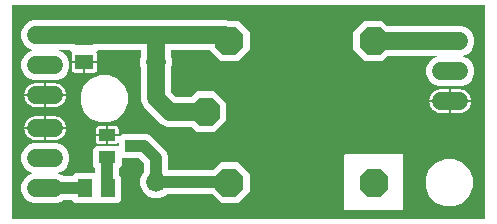
<source format=gbr>
G04 EAGLE Gerber RS-274X export*
G75*
%MOMM*%
%FSLAX34Y34*%
%LPD*%
%INBottom Copper*%
%IPPOS*%
%AMOC8*
5,1,8,0,0,1.08239X$1,22.5*%
G01*
%ADD10C,1.676400*%
%ADD11R,1.400000X1.000000*%
%ADD12R,1.300000X1.500000*%
%ADD13R,1.600000X1.300000*%
%ADD14C,1.524000*%
%ADD15P,2.597736X8X202.500000*%
%ADD16P,2.597736X8X22.500000*%
%ADD17C,1.000000*%
%ADD18C,1.500000*%

G36*
X400050Y-369D02*
X400050Y-369D01*
X400101Y-367D01*
X400133Y-349D01*
X400169Y-341D01*
X400208Y-308D01*
X400253Y-284D01*
X400274Y-254D01*
X400302Y-231D01*
X400323Y-184D01*
X400353Y-142D01*
X400361Y-100D01*
X400373Y-72D01*
X400372Y-42D01*
X400380Y0D01*
X400380Y180000D01*
X400369Y180050D01*
X400367Y180101D01*
X400349Y180133D01*
X400341Y180169D01*
X400308Y180208D01*
X400284Y180253D01*
X400254Y180274D01*
X400231Y180302D01*
X400184Y180323D01*
X400142Y180353D01*
X400100Y180361D01*
X400072Y180373D01*
X400042Y180372D01*
X400000Y180380D01*
X0Y180380D01*
X-50Y180369D01*
X-101Y180367D01*
X-133Y180349D01*
X-169Y180341D01*
X-208Y180308D01*
X-253Y180284D01*
X-274Y180254D01*
X-302Y180231D01*
X-323Y180184D01*
X-353Y180142D01*
X-361Y180100D01*
X-373Y180072D01*
X-372Y180042D01*
X-380Y180000D01*
X-380Y0D01*
X-369Y-50D01*
X-367Y-101D01*
X-349Y-133D01*
X-341Y-169D01*
X-308Y-208D01*
X-284Y-253D01*
X-254Y-274D01*
X-231Y-302D01*
X-184Y-323D01*
X-142Y-353D01*
X-100Y-361D01*
X-72Y-373D01*
X-42Y-372D01*
X0Y-380D01*
X400000Y-380D01*
X400050Y-369D01*
G37*
%LPC*%
G36*
X156785Y73119D02*
X156785Y73119D01*
X152396Y77508D01*
X152332Y77548D01*
X152270Y77592D01*
X152258Y77594D01*
X152249Y77599D01*
X152212Y77603D01*
X152127Y77619D01*
X130818Y77619D01*
X126194Y79535D01*
X111255Y94474D01*
X109339Y99098D01*
X109339Y127197D01*
X109339Y127199D01*
X109339Y127201D01*
X109310Y127343D01*
X108457Y129402D01*
X108457Y134758D01*
X109310Y136817D01*
X109311Y136819D01*
X109312Y136821D01*
X109339Y136963D01*
X109339Y141979D01*
X109328Y142029D01*
X109326Y142080D01*
X109308Y142112D01*
X109300Y142148D01*
X109267Y142187D01*
X109243Y142232D01*
X109213Y142253D01*
X109190Y142281D01*
X109143Y142302D01*
X109101Y142332D01*
X109059Y142340D01*
X109031Y142352D01*
X109001Y142351D01*
X108959Y142359D01*
X72922Y142359D01*
X72848Y142342D01*
X72773Y142329D01*
X72763Y142322D01*
X72753Y142320D01*
X72724Y142296D01*
X72653Y142248D01*
X71094Y140689D01*
X71093Y140688D01*
X71092Y140687D01*
X71047Y140613D01*
X71003Y140542D01*
X71003Y140540D01*
X71002Y140539D01*
X70994Y140453D01*
X70986Y140369D01*
X70987Y140368D01*
X70986Y140367D01*
X71034Y140230D01*
X71328Y139721D01*
X71400Y139451D01*
X71501Y139075D01*
X71501Y133001D01*
X61341Y133001D01*
X61291Y132990D01*
X61240Y132988D01*
X61208Y132970D01*
X61172Y132962D01*
X61133Y132929D01*
X61088Y132905D01*
X61067Y132875D01*
X61039Y132851D01*
X61018Y132805D01*
X60988Y132763D01*
X60980Y132721D01*
X60968Y132693D01*
X60969Y132663D01*
X60961Y132621D01*
X60961Y132239D01*
X60959Y132239D01*
X60959Y132621D01*
X60948Y132671D01*
X60946Y132722D01*
X60928Y132754D01*
X60920Y132790D01*
X60887Y132829D01*
X60863Y132874D01*
X60833Y132895D01*
X60809Y132923D01*
X60763Y132944D01*
X60721Y132974D01*
X60679Y132982D01*
X60651Y132994D01*
X60621Y132993D01*
X60579Y133001D01*
X50419Y133001D01*
X50419Y139075D01*
X50592Y139721D01*
X50886Y140230D01*
X50887Y140231D01*
X50888Y140232D01*
X50911Y140312D01*
X50937Y140396D01*
X50936Y140397D01*
X50937Y140398D01*
X50922Y140481D01*
X50908Y140567D01*
X50907Y140568D01*
X50907Y140569D01*
X50826Y140689D01*
X49267Y142248D01*
X49202Y142288D01*
X49140Y142332D01*
X49128Y142334D01*
X49120Y142339D01*
X49083Y142343D01*
X48998Y142359D01*
X39712Y142359D01*
X39699Y142356D01*
X39686Y142358D01*
X39615Y142337D01*
X39543Y142320D01*
X39533Y142312D01*
X39521Y142308D01*
X39467Y142257D01*
X39409Y142210D01*
X39404Y142198D01*
X39395Y142189D01*
X39369Y142119D01*
X39338Y142051D01*
X39339Y142038D01*
X39334Y142026D01*
X39342Y141953D01*
X39345Y141878D01*
X39351Y141867D01*
X39353Y141854D01*
X39392Y141791D01*
X39428Y141726D01*
X39438Y141719D01*
X39445Y141708D01*
X39566Y141628D01*
X42754Y140307D01*
X46327Y136734D01*
X48261Y132066D01*
X48261Y127014D01*
X46327Y122346D01*
X42754Y118773D01*
X38086Y116839D01*
X17794Y116839D01*
X13126Y118773D01*
X9553Y122346D01*
X7619Y127014D01*
X7619Y132066D01*
X9553Y136734D01*
X13126Y140307D01*
X16944Y141889D01*
X16965Y141904D01*
X16989Y141911D01*
X17034Y141954D01*
X17085Y141990D01*
X17097Y142013D01*
X17115Y142030D01*
X17137Y142088D01*
X17166Y142143D01*
X17167Y142169D01*
X17176Y142193D01*
X17169Y142254D01*
X17171Y142316D01*
X17160Y142339D01*
X17157Y142365D01*
X17124Y142417D01*
X17099Y142473D01*
X17078Y142490D01*
X17065Y142511D01*
X16993Y142559D01*
X16964Y142582D01*
X16954Y142585D01*
X16944Y142591D01*
X13126Y144173D01*
X9553Y147746D01*
X7619Y152414D01*
X7619Y157466D01*
X9553Y162134D01*
X13126Y165707D01*
X17794Y167641D01*
X38086Y167641D01*
X38306Y167550D01*
X38308Y167549D01*
X38309Y167548D01*
X38452Y167521D01*
X181622Y167521D01*
X182132Y167310D01*
X182134Y167309D01*
X182135Y167308D01*
X182278Y167281D01*
X190935Y167281D01*
X200941Y157275D01*
X200941Y143125D01*
X190935Y133119D01*
X176785Y133119D01*
X167656Y142248D01*
X167592Y142288D01*
X167530Y142332D01*
X167518Y142334D01*
X167509Y142339D01*
X167472Y142343D01*
X167387Y142359D01*
X134881Y142359D01*
X134831Y142348D01*
X134780Y142346D01*
X134748Y142328D01*
X134712Y142320D01*
X134673Y142287D01*
X134628Y142263D01*
X134607Y142233D01*
X134579Y142210D01*
X134558Y142163D01*
X134528Y142121D01*
X134520Y142079D01*
X134508Y142051D01*
X134509Y142021D01*
X134501Y141979D01*
X134501Y136963D01*
X134501Y136961D01*
X134501Y136959D01*
X134530Y136817D01*
X135383Y134758D01*
X135383Y129402D01*
X134530Y127343D01*
X134529Y127341D01*
X134528Y127339D01*
X134501Y127197D01*
X134501Y106969D01*
X134518Y106895D01*
X134531Y106820D01*
X134538Y106810D01*
X134540Y106800D01*
X134564Y106771D01*
X134612Y106700D01*
X138420Y102892D01*
X138484Y102852D01*
X138546Y102808D01*
X138558Y102806D01*
X138567Y102801D01*
X138604Y102797D01*
X138689Y102781D01*
X152127Y102781D01*
X152201Y102798D01*
X152276Y102811D01*
X152286Y102818D01*
X152296Y102820D01*
X152325Y102844D01*
X152396Y102892D01*
X156785Y107281D01*
X170935Y107281D01*
X180941Y97275D01*
X180941Y83125D01*
X170935Y73119D01*
X156785Y73119D01*
G37*
%LPD*%
%LPC*%
G36*
X17794Y12699D02*
X17794Y12699D01*
X13126Y14633D01*
X9553Y18206D01*
X7619Y22874D01*
X7619Y27926D01*
X9553Y32594D01*
X13126Y36167D01*
X16944Y37749D01*
X16965Y37764D01*
X16989Y37771D01*
X17034Y37814D01*
X17085Y37850D01*
X17097Y37873D01*
X17115Y37890D01*
X17137Y37948D01*
X17166Y38003D01*
X17167Y38029D01*
X17176Y38053D01*
X17169Y38114D01*
X17171Y38176D01*
X17160Y38199D01*
X17157Y38225D01*
X17124Y38277D01*
X17099Y38333D01*
X17078Y38350D01*
X17065Y38371D01*
X16993Y38419D01*
X16964Y38442D01*
X16954Y38444D01*
X16944Y38451D01*
X13126Y40033D01*
X9553Y43606D01*
X7619Y48274D01*
X7619Y53326D01*
X9553Y57994D01*
X13126Y61567D01*
X17794Y63501D01*
X38086Y63501D01*
X42754Y61567D01*
X46327Y57994D01*
X48261Y53326D01*
X48261Y48274D01*
X46327Y43606D01*
X42754Y40033D01*
X38936Y38451D01*
X38915Y38436D01*
X38891Y38429D01*
X38846Y38386D01*
X38795Y38350D01*
X38783Y38327D01*
X38765Y38310D01*
X38743Y38252D01*
X38714Y38197D01*
X38713Y38171D01*
X38704Y38147D01*
X38711Y38086D01*
X38709Y38024D01*
X38720Y38001D01*
X38723Y37975D01*
X38756Y37923D01*
X38781Y37867D01*
X38802Y37850D01*
X38815Y37829D01*
X38887Y37781D01*
X38916Y37758D01*
X38926Y37755D01*
X38936Y37749D01*
X42754Y36167D01*
X43329Y35592D01*
X43394Y35552D01*
X43456Y35508D01*
X43468Y35506D01*
X43477Y35501D01*
X43514Y35497D01*
X43598Y35481D01*
X50358Y35481D01*
X50432Y35498D01*
X50507Y35511D01*
X50517Y35518D01*
X50527Y35520D01*
X50556Y35544D01*
X50627Y35592D01*
X53015Y37981D01*
X69979Y37981D01*
X70029Y37992D01*
X70080Y37994D01*
X70112Y38012D01*
X70148Y38020D01*
X70187Y38053D01*
X70232Y38077D01*
X70253Y38107D01*
X70281Y38130D01*
X70302Y38177D01*
X70332Y38219D01*
X70340Y38261D01*
X70352Y38289D01*
X70351Y38319D01*
X70359Y38361D01*
X70359Y42198D01*
X70342Y42272D01*
X70336Y42306D01*
X70336Y42308D01*
X70335Y42309D01*
X70329Y42347D01*
X70322Y42357D01*
X70320Y42367D01*
X70296Y42396D01*
X70258Y42452D01*
X70253Y42461D01*
X70251Y42462D01*
X70248Y42467D01*
X68359Y44355D01*
X68359Y58565D01*
X71335Y61541D01*
X89544Y61541D01*
X89710Y61375D01*
X89732Y61361D01*
X89748Y61342D01*
X89805Y61316D01*
X89857Y61284D01*
X89883Y61281D01*
X89907Y61271D01*
X89968Y61273D01*
X90030Y61267D01*
X90054Y61276D01*
X90080Y61277D01*
X90134Y61307D01*
X90192Y61329D01*
X90209Y61348D01*
X90232Y61360D01*
X90267Y61411D01*
X90309Y61456D01*
X90317Y61481D01*
X90332Y61502D01*
X90348Y61586D01*
X90359Y61622D01*
X90357Y61632D01*
X90359Y61644D01*
X90359Y64016D01*
X90342Y64089D01*
X90330Y64162D01*
X90323Y64172D01*
X90320Y64185D01*
X90272Y64242D01*
X90228Y64303D01*
X90217Y64309D01*
X90210Y64318D01*
X90141Y64349D01*
X90075Y64384D01*
X90063Y64384D01*
X90051Y64389D01*
X89977Y64386D01*
X89902Y64388D01*
X89891Y64383D01*
X89878Y64382D01*
X89813Y64347D01*
X89745Y64315D01*
X89736Y64305D01*
X89726Y64300D01*
X89704Y64269D01*
X89650Y64206D01*
X89473Y63900D01*
X89000Y63427D01*
X88421Y63092D01*
X87775Y62919D01*
X81201Y62919D01*
X81201Y69699D01*
X89981Y69699D01*
X89981Y68604D01*
X89987Y68579D01*
X89984Y68553D01*
X90006Y68495D01*
X90020Y68435D01*
X90037Y68415D01*
X90046Y68391D01*
X90091Y68349D01*
X90130Y68302D01*
X90154Y68291D01*
X90173Y68273D01*
X90232Y68256D01*
X90288Y68231D01*
X90314Y68232D01*
X90339Y68224D01*
X90400Y68235D01*
X90462Y68237D01*
X90484Y68250D01*
X90510Y68254D01*
X90581Y68302D01*
X90614Y68320D01*
X90620Y68328D01*
X90630Y68335D01*
X93335Y71041D01*
X113765Y71041D01*
X117470Y69506D01*
X130466Y56510D01*
X132001Y52805D01*
X132001Y40941D01*
X132012Y40891D01*
X132014Y40840D01*
X132032Y40808D01*
X132040Y40772D01*
X132073Y40733D01*
X132097Y40688D01*
X132127Y40667D01*
X132150Y40639D01*
X132197Y40618D01*
X132239Y40588D01*
X132281Y40580D01*
X132309Y40568D01*
X132339Y40569D01*
X132381Y40561D01*
X169907Y40561D01*
X169981Y40578D01*
X170056Y40591D01*
X170066Y40598D01*
X170076Y40600D01*
X170105Y40624D01*
X170176Y40672D01*
X176785Y47281D01*
X190935Y47281D01*
X200941Y37275D01*
X200941Y23125D01*
X190935Y13119D01*
X176785Y13119D01*
X169616Y20288D01*
X169552Y20328D01*
X169490Y20372D01*
X169478Y20374D01*
X169469Y20379D01*
X169432Y20383D01*
X169347Y20399D01*
X131036Y20399D01*
X130962Y20382D01*
X130887Y20369D01*
X130877Y20362D01*
X130867Y20360D01*
X130838Y20336D01*
X130767Y20288D01*
X129546Y19067D01*
X124598Y17017D01*
X119242Y17017D01*
X114294Y19067D01*
X110507Y22854D01*
X108457Y27802D01*
X108457Y33158D01*
X110507Y38106D01*
X111728Y39327D01*
X111768Y39392D01*
X111812Y39454D01*
X111814Y39466D01*
X111819Y39474D01*
X111823Y39511D01*
X111839Y39596D01*
X111839Y46467D01*
X111822Y46541D01*
X111809Y46616D01*
X111802Y46626D01*
X111800Y46636D01*
X111776Y46664D01*
X111728Y46736D01*
X107696Y50768D01*
X107631Y50808D01*
X107569Y50852D01*
X107557Y50854D01*
X107549Y50859D01*
X107512Y50863D01*
X107427Y50879D01*
X93336Y50879D01*
X93170Y51045D01*
X93148Y51059D01*
X93132Y51078D01*
X93075Y51104D01*
X93023Y51136D01*
X92997Y51139D01*
X92973Y51149D01*
X92912Y51147D01*
X92850Y51153D01*
X92826Y51144D01*
X92800Y51143D01*
X92746Y51113D01*
X92688Y51091D01*
X92671Y51072D01*
X92648Y51060D01*
X92613Y51009D01*
X92571Y50964D01*
X92563Y50939D01*
X92548Y50918D01*
X92532Y50834D01*
X92521Y50798D01*
X92523Y50788D01*
X92521Y50776D01*
X92521Y44355D01*
X90632Y42467D01*
X90621Y42448D01*
X90608Y42438D01*
X90593Y42403D01*
X90592Y42402D01*
X90548Y42340D01*
X90546Y42328D01*
X90541Y42320D01*
X90537Y42283D01*
X90521Y42198D01*
X90521Y36842D01*
X90534Y36784D01*
X90534Y36783D01*
X90538Y36768D01*
X90551Y36693D01*
X90558Y36683D01*
X90560Y36673D01*
X90584Y36644D01*
X90632Y36573D01*
X92201Y35005D01*
X92201Y15795D01*
X89225Y12819D01*
X72015Y12819D01*
X71389Y13446D01*
X71346Y13473D01*
X71308Y13507D01*
X71273Y13518D01*
X71242Y13537D01*
X71191Y13542D01*
X71142Y13557D01*
X71106Y13550D01*
X71069Y13554D01*
X71022Y13536D01*
X70971Y13527D01*
X70936Y13503D01*
X70907Y13492D01*
X70886Y13470D01*
X70851Y13446D01*
X70225Y12819D01*
X53015Y12819D01*
X50627Y15208D01*
X50562Y15248D01*
X50500Y15292D01*
X50488Y15294D01*
X50480Y15299D01*
X50443Y15303D01*
X50358Y15319D01*
X43598Y15319D01*
X43524Y15302D01*
X43450Y15289D01*
X43439Y15282D01*
X43430Y15280D01*
X43401Y15256D01*
X43329Y15208D01*
X42754Y14633D01*
X38086Y12699D01*
X17794Y12699D01*
G37*
%LPD*%
%LPC*%
G36*
X360694Y111759D02*
X360694Y111759D01*
X356026Y113693D01*
X352453Y117266D01*
X350519Y121934D01*
X350519Y126986D01*
X352453Y131654D01*
X356026Y135227D01*
X359214Y136548D01*
X359224Y136555D01*
X359237Y136558D01*
X359294Y136605D01*
X359354Y136649D01*
X359361Y136660D01*
X359371Y136668D01*
X359401Y136736D01*
X359436Y136802D01*
X359436Y136815D01*
X359441Y136827D01*
X359439Y136901D01*
X359441Y136975D01*
X359435Y136987D01*
X359435Y137000D01*
X359399Y137065D01*
X359368Y137132D01*
X359358Y137141D01*
X359352Y137152D01*
X359292Y137195D01*
X359234Y137241D01*
X359221Y137244D01*
X359210Y137252D01*
X359068Y137279D01*
X317253Y137279D01*
X317179Y137262D01*
X317104Y137249D01*
X317094Y137242D01*
X317084Y137240D01*
X317055Y137216D01*
X316984Y137168D01*
X312935Y133119D01*
X298785Y133119D01*
X288779Y143125D01*
X288779Y157275D01*
X298785Y167281D01*
X312935Y167281D01*
X317664Y162552D01*
X317728Y162512D01*
X317790Y162468D01*
X317802Y162466D01*
X317811Y162461D01*
X317848Y162457D01*
X317933Y162441D01*
X360328Y162441D01*
X360330Y162441D01*
X360332Y162441D01*
X360474Y162470D01*
X360694Y162561D01*
X380986Y162561D01*
X385654Y160627D01*
X389227Y157054D01*
X391161Y152386D01*
X391161Y147334D01*
X389227Y142666D01*
X385654Y139093D01*
X381836Y137511D01*
X381815Y137496D01*
X381791Y137489D01*
X381746Y137446D01*
X381695Y137410D01*
X381683Y137387D01*
X381665Y137370D01*
X381643Y137312D01*
X381614Y137257D01*
X381613Y137231D01*
X381604Y137207D01*
X381611Y137146D01*
X381609Y137084D01*
X381620Y137061D01*
X381623Y137035D01*
X381656Y136983D01*
X381681Y136927D01*
X381702Y136910D01*
X381715Y136889D01*
X381787Y136841D01*
X381816Y136818D01*
X381826Y136816D01*
X381836Y136809D01*
X385654Y135227D01*
X389227Y131654D01*
X391161Y126986D01*
X391161Y121934D01*
X389227Y117266D01*
X385654Y113693D01*
X380986Y111759D01*
X360694Y111759D01*
G37*
%LPD*%
%LPC*%
G36*
X281629Y6869D02*
X281629Y6869D01*
X281189Y7309D01*
X281189Y53651D01*
X281629Y54091D01*
X330511Y54091D01*
X330951Y53651D01*
X330951Y7309D01*
X330511Y6869D01*
X281629Y6869D01*
G37*
%LPD*%
%LPC*%
G36*
X73922Y81119D02*
X73922Y81119D01*
X66570Y84164D01*
X60944Y89790D01*
X57899Y97142D01*
X57899Y105098D01*
X60944Y112450D01*
X66570Y118076D01*
X73922Y121121D01*
X81878Y121121D01*
X89230Y118076D01*
X94856Y112450D01*
X97901Y105098D01*
X97901Y97142D01*
X94856Y89790D01*
X89230Y84164D01*
X81878Y81119D01*
X73922Y81119D01*
G37*
%LPD*%
%LPC*%
G36*
X366022Y9999D02*
X366022Y9999D01*
X358670Y13044D01*
X353044Y18670D01*
X349999Y26022D01*
X349999Y33978D01*
X353044Y41330D01*
X358670Y46956D01*
X366022Y50001D01*
X373978Y50001D01*
X381330Y46956D01*
X386956Y41330D01*
X390001Y33978D01*
X390001Y26022D01*
X386956Y18670D01*
X381330Y13044D01*
X373978Y9999D01*
X366022Y9999D01*
G37*
%LPD*%
%LPC*%
G36*
X28701Y104901D02*
X28701Y104901D01*
X28701Y114301D01*
X36360Y114301D01*
X37939Y114051D01*
X39460Y113556D01*
X40885Y112830D01*
X42179Y111890D01*
X43310Y110759D01*
X44250Y109465D01*
X44976Y108040D01*
X45471Y106519D01*
X45721Y104940D01*
X45721Y104901D01*
X28701Y104901D01*
G37*
%LPD*%
%LPC*%
G36*
X371601Y99821D02*
X371601Y99821D01*
X371601Y109221D01*
X379260Y109221D01*
X380839Y108971D01*
X382360Y108476D01*
X383785Y107750D01*
X385079Y106810D01*
X386210Y105679D01*
X387150Y104385D01*
X387876Y102960D01*
X388371Y101439D01*
X388621Y99860D01*
X388621Y99821D01*
X371601Y99821D01*
G37*
%LPD*%
%LPC*%
G36*
X28701Y76961D02*
X28701Y76961D01*
X28701Y86361D01*
X36360Y86361D01*
X37939Y86111D01*
X39460Y85616D01*
X40885Y84890D01*
X42179Y83950D01*
X43310Y82819D01*
X44250Y81525D01*
X44976Y80100D01*
X45471Y78579D01*
X45721Y77000D01*
X45721Y76961D01*
X28701Y76961D01*
G37*
%LPD*%
%LPC*%
G36*
X10159Y104901D02*
X10159Y104901D01*
X10159Y104940D01*
X10409Y106519D01*
X10904Y108040D01*
X11630Y109465D01*
X12570Y110759D01*
X13701Y111890D01*
X14995Y112830D01*
X16420Y113556D01*
X17941Y114051D01*
X19520Y114301D01*
X27179Y114301D01*
X27179Y104901D01*
X10159Y104901D01*
G37*
%LPD*%
%LPC*%
G36*
X353059Y99821D02*
X353059Y99821D01*
X353059Y99860D01*
X353309Y101439D01*
X353804Y102960D01*
X354530Y104385D01*
X355470Y105679D01*
X356601Y106810D01*
X357895Y107750D01*
X359320Y108476D01*
X360841Y108971D01*
X362420Y109221D01*
X370079Y109221D01*
X370079Y99821D01*
X353059Y99821D01*
G37*
%LPD*%
%LPC*%
G36*
X10159Y76961D02*
X10159Y76961D01*
X10159Y77000D01*
X10409Y78579D01*
X10904Y80100D01*
X11630Y81525D01*
X12570Y82819D01*
X13701Y83950D01*
X14995Y84890D01*
X16420Y85616D01*
X17941Y86111D01*
X19520Y86361D01*
X27179Y86361D01*
X27179Y76961D01*
X10159Y76961D01*
G37*
%LPD*%
%LPC*%
G36*
X28701Y93979D02*
X28701Y93979D01*
X28701Y103379D01*
X45721Y103379D01*
X45721Y103340D01*
X45471Y101761D01*
X44976Y100240D01*
X44250Y98815D01*
X43310Y97521D01*
X42179Y96390D01*
X40885Y95450D01*
X39460Y94724D01*
X37939Y94229D01*
X36360Y93979D01*
X28701Y93979D01*
G37*
%LPD*%
%LPC*%
G36*
X371601Y88899D02*
X371601Y88899D01*
X371601Y98299D01*
X388621Y98299D01*
X388621Y98260D01*
X388371Y96681D01*
X387876Y95160D01*
X387150Y93735D01*
X386210Y92441D01*
X385079Y91310D01*
X383785Y90370D01*
X382360Y89644D01*
X380839Y89149D01*
X379260Y88899D01*
X371601Y88899D01*
G37*
%LPD*%
%LPC*%
G36*
X28701Y66039D02*
X28701Y66039D01*
X28701Y75439D01*
X45721Y75439D01*
X45721Y75400D01*
X45471Y73821D01*
X44976Y72300D01*
X44250Y70875D01*
X43310Y69581D01*
X42179Y68450D01*
X40885Y67510D01*
X39460Y66784D01*
X37939Y66289D01*
X36360Y66039D01*
X28701Y66039D01*
G37*
%LPD*%
%LPC*%
G36*
X19520Y93979D02*
X19520Y93979D01*
X17941Y94229D01*
X16420Y94724D01*
X14995Y95450D01*
X13701Y96390D01*
X12570Y97521D01*
X11630Y98815D01*
X10904Y100240D01*
X10409Y101761D01*
X10159Y103340D01*
X10159Y103379D01*
X27179Y103379D01*
X27179Y93979D01*
X19520Y93979D01*
G37*
%LPD*%
%LPC*%
G36*
X362420Y88899D02*
X362420Y88899D01*
X360841Y89149D01*
X359320Y89644D01*
X357895Y90370D01*
X356601Y91310D01*
X355470Y92441D01*
X354530Y93735D01*
X353804Y95160D01*
X353309Y96681D01*
X353059Y98260D01*
X353059Y98299D01*
X370079Y98299D01*
X370079Y88899D01*
X362420Y88899D01*
G37*
%LPD*%
%LPC*%
G36*
X19520Y66039D02*
X19520Y66039D01*
X17941Y66289D01*
X16420Y66784D01*
X14995Y67510D01*
X13701Y68450D01*
X12570Y69581D01*
X11630Y70875D01*
X10904Y72300D01*
X10409Y73821D01*
X10159Y75400D01*
X10159Y75439D01*
X27179Y75439D01*
X27179Y66039D01*
X19520Y66039D01*
G37*
%LPD*%
%LPC*%
G36*
X61721Y123199D02*
X61721Y123199D01*
X61721Y131479D01*
X71501Y131479D01*
X71501Y125405D01*
X71328Y124759D01*
X70993Y124180D01*
X70520Y123707D01*
X69941Y123372D01*
X69295Y123199D01*
X61721Y123199D01*
G37*
%LPD*%
%LPC*%
G36*
X52625Y123199D02*
X52625Y123199D01*
X51979Y123372D01*
X51400Y123707D01*
X50927Y124180D01*
X50592Y124759D01*
X50419Y125405D01*
X50419Y131479D01*
X60199Y131479D01*
X60199Y123199D01*
X52625Y123199D01*
G37*
%LPD*%
%LPC*%
G36*
X81201Y71221D02*
X81201Y71221D01*
X81201Y78001D01*
X87775Y78001D01*
X88421Y77828D01*
X89000Y77493D01*
X89473Y77020D01*
X89808Y76441D01*
X89981Y75795D01*
X89981Y71221D01*
X81201Y71221D01*
G37*
%LPD*%
%LPC*%
G36*
X70899Y71221D02*
X70899Y71221D01*
X70899Y75795D01*
X71072Y76441D01*
X71407Y77020D01*
X71880Y77493D01*
X72459Y77828D01*
X73105Y78001D01*
X79679Y78001D01*
X79679Y71221D01*
X70899Y71221D01*
G37*
%LPD*%
%LPC*%
G36*
X73105Y62919D02*
X73105Y62919D01*
X72459Y63092D01*
X71880Y63427D01*
X71407Y63900D01*
X71072Y64479D01*
X70899Y65125D01*
X70899Y69699D01*
X79679Y69699D01*
X79679Y62919D01*
X73105Y62919D01*
G37*
%LPD*%
%LPC*%
G36*
X27939Y104139D02*
X27939Y104139D01*
X27939Y104141D01*
X27941Y104141D01*
X27941Y104139D01*
X27939Y104139D01*
G37*
%LPD*%
%LPC*%
G36*
X370839Y99059D02*
X370839Y99059D01*
X370839Y99061D01*
X370841Y99061D01*
X370841Y99059D01*
X370839Y99059D01*
G37*
%LPD*%
%LPC*%
G36*
X27939Y76199D02*
X27939Y76199D01*
X27939Y76201D01*
X27941Y76201D01*
X27941Y76199D01*
X27939Y76199D01*
G37*
%LPD*%
%LPC*%
G36*
X80439Y70459D02*
X80439Y70459D01*
X80439Y70461D01*
X80441Y70461D01*
X80441Y70459D01*
X80439Y70459D01*
G37*
%LPD*%
D10*
X121920Y30480D03*
X121920Y132080D03*
D11*
X102440Y60960D03*
X80440Y70460D03*
X80440Y51460D03*
D12*
X61620Y25400D03*
X80620Y25400D03*
D13*
X60960Y152240D03*
X60960Y132240D03*
D14*
X35560Y154940D02*
X20320Y154940D01*
X20320Y129540D02*
X35560Y129540D01*
X35560Y104140D02*
X20320Y104140D01*
X20320Y25400D02*
X35560Y25400D01*
X35560Y50800D02*
X20320Y50800D01*
X20320Y76200D02*
X35560Y76200D01*
X363220Y149860D02*
X378460Y149860D01*
X378460Y124460D02*
X363220Y124460D01*
X363220Y99060D02*
X378460Y99060D01*
D15*
X183860Y30200D03*
X183860Y150200D03*
D16*
X163860Y90200D03*
X305860Y30200D03*
X305860Y150200D03*
D17*
X111760Y60960D02*
X102440Y60960D01*
X111760Y60960D02*
X121920Y50800D01*
X121920Y30480D01*
X183580Y30480D01*
X183860Y30200D01*
X80440Y25580D02*
X80440Y51460D01*
X80440Y25580D02*
X80620Y25400D01*
X61620Y25400D02*
X27940Y25400D01*
D18*
X27940Y154940D02*
X60960Y154940D01*
X121920Y154940D01*
X179120Y154940D01*
X183860Y150200D01*
X121920Y154940D02*
X121920Y132080D01*
X121920Y101600D01*
X133320Y90200D01*
X163860Y90200D01*
D17*
X60960Y152240D02*
X60960Y154940D01*
D18*
X306200Y149860D02*
X370840Y149860D01*
X306200Y149860D02*
X305860Y150200D01*
M02*

</source>
